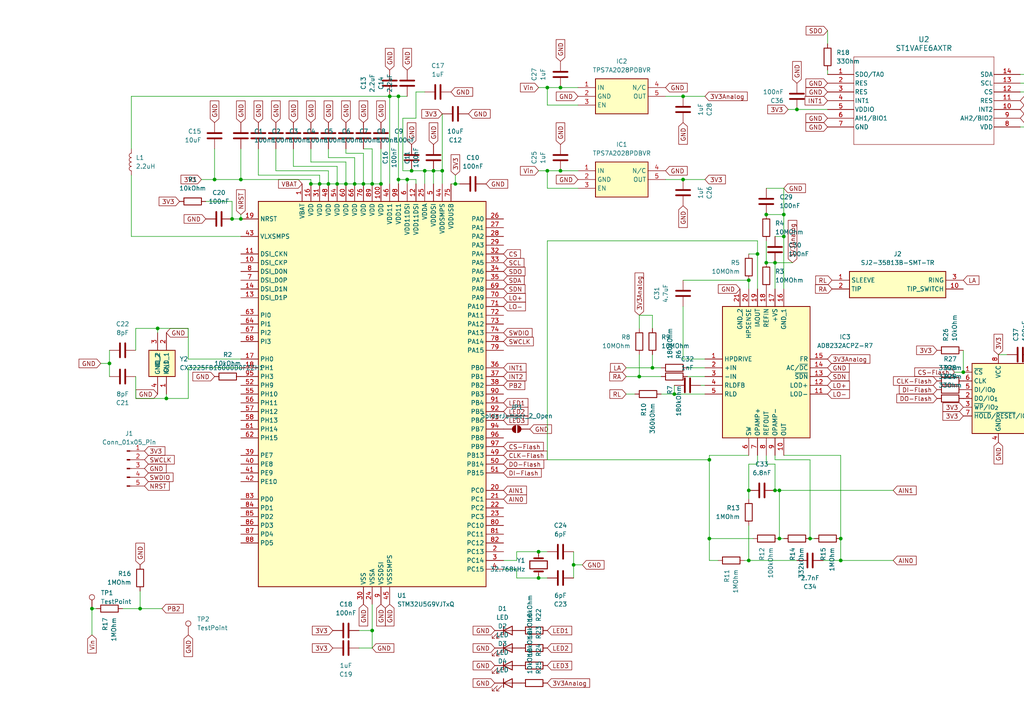
<source format=kicad_sch>
(kicad_sch (version 20250114) (generator "eeschema") (generator_version "9.0")
  (paper "A4")
  (junction (at 198.12 52.07))
  (junction (at 226.06 142.24))
  (junction (at 300.99 36.83))
  (junction (at 195.58 114.3))
  (junction (at 69.85 63.5))
  (junction (at 224.79 76.2))
  (junction (at 162.56 25.4))
  (junction (at 227.33 68.58))
  (junction (at 217.17 142.24))
  (junction (at 219.71 73.66))
  (junction (at 128.27 49.53))
  (junction (at 107.95 53.34))
  (junction (at 185.42 109.22))
  (junction (at 69.85 52.07))
  (junction (at 279.4 107.95))
  (junction (at 231.14 31.75))
  (junction (at 123.19 49.53))
  (junction (at 132.08 53.34))
  (junction (at 227.33 62.23))
  (junction (at 100.33 53.34))
  (junction (at 156.21 167.64))
  (junction (at 115.57 27.94))
  (junction (at 222.25 62.23))
  (junction (at 90.17 53.34))
  (junction (at 189.23 106.68))
  (junction (at 48.26 115.57))
  (junction (at 226.06 156.21))
  (junction (at 307.34 26.67))
  (junction (at 31.75 105.41))
  (junction (at 198.12 27.94))
  (junction (at 162.56 49.53))
  (junction (at 113.03 27.94))
  (junction (at 105.41 53.34))
  (junction (at 158.75 25.4))
  (junction (at 156.21 160.02))
  (junction (at 205.74 156.21))
  (junction (at 67.31 63.5))
  (junction (at 97.79 53.34))
  (junction (at 62.23 52.07))
  (junction (at 92.71 53.34))
  (junction (at 40.64 176.53))
  (junction (at 102.87 53.34))
  (junction (at 243.84 156.21))
  (junction (at 166.37 163.83))
  (junction (at 158.75 49.53))
  (junction (at 217.17 81.28))
  (junction (at 224.79 142.24))
  (junction (at 243.84 162.56))
  (junction (at 119.38 49.53))
  (junction (at 26.67 176.53))
  (junction (at 217.17 162.56))
  (junction (at 110.49 53.34))
  (junction (at 107.95 182.88))
  (junction (at 205.74 133.35))
  (junction (at 95.25 53.34))
  (junction (at 234.95 156.21))
  (junction (at 45.72 95.25))
  (junction (at 118.11 52.07))
  (junction (at 115.57 52.07))
  (junction (at 125.73 49.53))
  (junction (at 222.25 76.2))
  (wire (pts (xy 107.95 53.34) (xy 110.49 53.34)))
  (wire (pts (xy 115.57 52.07) (xy 115.57 27.94)))
  (wire (pts (xy 74.93 50.8) (xy 74.93 43.18)))
  (wire (pts (xy 226.06 156.21) (xy 226.06 142.24)))
  (wire (pts (xy 162.56 25.4) (xy 167.64 25.4)))
  (wire (pts (xy 304.8 21.59) (xy 308.61 21.59)))
  (wire (pts (xy 198.12 27.94) (xy 204.47 27.94)))
  (wire (pts (xy 31.75 105.41) (xy 31.75 109.22)))
  (wire (pts (xy 149.86 167.64) (xy 156.21 167.64)))
  (wire (pts (xy 307.34 26.67) (xy 307.34 30.48)))
  (wire (pts (xy 105.41 44.45) (xy 100.33 44.45)))
  (wire (pts (xy 224.79 76.2) (xy 224.79 83.82)))
  (wire (pts (xy 308.61 24.13) (xy 304.8 24.13)))
  (wire (pts (xy 243.84 132.08) (xy 243.84 156.21)))
  (wire (pts (xy 203.2 111.76) (xy 204.47 111.76)))
  (wire (pts (xy 146.05 165.1) (xy 149.86 165.1)))
  (wire (pts (xy 224.79 68.58) (xy 227.33 68.58)))
  (wire (pts (xy 205.74 132.08) (xy 205.74 133.35)))
  (wire (pts (xy 31.75 105.41) (xy 31.75 101.6)))
  (wire (pts (xy 80.01 49.53) (xy 80.01 43.18)))
  (wire (pts (xy 123.19 26.67) (xy 120.65 26.67)))
  (wire (pts (xy 38.1 27.94) (xy 38.1 43.18)))
  (wire (pts (xy 199.39 109.22) (xy 204.47 109.22)))
  (wire (pts (xy 95.25 45.72) (xy 95.25 43.18)))
  (wire (pts (xy 58.42 52.07) (xy 62.23 52.07)))
  (wire (pts (xy 195.58 114.3) (xy 195.58 111.76)))
  (wire (pts (xy 217.17 132.08) (xy 205.74 132.08)))
  (wire (pts (xy 222.25 54.61) (xy 227.33 54.61)))
  (wire (pts (xy 62.23 52.07) (xy 69.85 52.07)))
  (wire (pts (xy 167.64 54.61) (xy 158.75 54.61)))
  (wire (pts (xy 95.25 49.53) (xy 80.01 49.53)))
  (wire (pts (xy 132.08 50.8) (xy 132.08 53.34)))
  (wire (pts (xy 205.74 162.56) (xy 208.28 162.56)))
  (wire (pts (xy 217.17 162.56) (xy 231.14 162.56)))
  (wire (pts (xy 69.85 104.14) (xy 54.61 104.14)))
  (wire (pts (xy 90.17 53.34) (xy 92.71 53.34)))
  (wire (pts (xy 92.71 53.34) (xy 92.71 50.8)))
  (wire (pts (xy 222.25 62.23) (xy 227.33 62.23)))
  (wire (pts (xy 116.84 34.29) (xy 116.84 49.53)))
  (wire (pts (xy 146.05 162.56) (xy 149.86 162.56)))
  (wire (pts (xy 38.1 68.58) (xy 38.1 50.8)))
  (wire (pts (xy 123.19 49.53) (xy 125.73 49.53)))
  (wire (pts (xy 198.12 88.9) (xy 198.12 104.14)))
  (wire (pts (xy 243.84 162.56) (xy 243.84 156.21)))
  (wire (pts (xy 67.31 58.42) (xy 67.31 63.5)))
  (wire (pts (xy 130.81 53.34) (xy 132.08 53.34)))
  (wire (pts (xy 309.88 26.67) (xy 307.34 26.67)))
  (wire (pts (xy 193.04 27.94) (xy 198.12 27.94)))
  (wire (pts (xy 90.17 46.99) (xy 90.17 43.18)))
  (wire (pts (xy 149.86 162.56) (xy 149.86 160.02)))
  (wire (pts (xy 158.75 54.61) (xy 158.75 49.53)))
  (wire (pts (xy 104.14 187.96) (xy 107.95 187.96)))
  (wire (pts (xy 307.34 26.67) (xy 295.91 26.67)))
  (wire (pts (xy 39.37 95.25) (xy 45.72 95.25)))
  (wire (pts (xy 167.64 30.48) (xy 158.75 30.48)))
  (wire (pts (xy 54.61 115.57) (xy 54.61 106.68)))
  (wire (pts (xy 234.95 133.35) (xy 234.95 156.21)))
  (wire (pts (xy 224.79 132.08) (xy 224.79 133.35)))
  (wire (pts (xy 120.65 53.34) (xy 120.65 52.07)))
  (wire (pts (xy 158.75 49.53) (xy 162.56 49.53)))
  (wire (pts (xy 231.14 31.75) (xy 240.03 31.75)))
  (wire (pts (xy 67.31 63.5) (xy 69.85 63.5)))
  (wire (pts (xy 29.21 105.41) (xy 31.75 105.41)))
  (wire (pts (xy 62.23 52.07) (xy 62.23 43.18)))
  (wire (pts (xy 217.17 142.24) (xy 217.17 144.78)))
  (wire (pts (xy 217.17 81.28) (xy 217.17 83.82)))
  (wire (pts (xy 222.25 69.85) (xy 222.25 76.2)))
  (wire (pts (xy 227.33 62.23) (xy 227.33 68.58)))
  (wire (pts (xy 156.21 49.53) (xy 158.75 49.53)))
  (wire (pts (xy 102.87 53.34) (xy 102.87 45.72)))
  (wire (pts (xy 107.95 43.18) (xy 105.41 43.18)))
  (wire (pts (xy 92.71 53.34) (xy 95.25 53.34)))
  (wire (pts (xy 166.37 163.83) (xy 166.37 167.64)))
  (wire (pts (xy 279.4 101.6) (xy 279.4 107.95)))
  (wire (pts (xy 120.65 34.29) (xy 116.84 34.29)))
  (wire (pts (xy 149.86 165.1) (xy 149.86 167.64)))
  (wire (pts (xy 115.57 52.07) (xy 118.11 52.07)))
  (wire (pts (xy 219.71 73.66) (xy 217.17 73.66)))
  (wire (pts (xy 115.57 27.94) (xy 113.03 27.94)))
  (wire (pts (xy 204.47 114.3) (xy 195.58 114.3)))
  (wire (pts (xy 102.87 45.72) (xy 95.25 45.72)))
  (wire (pts (xy 189.23 95.25) (xy 189.23 91.44)))
  (wire (pts (xy 181.61 114.3) (xy 184.15 114.3)))
  (wire (pts (xy 158.75 30.48) (xy 158.75 25.4)))
  (wire (pts (xy 118.11 52.07) (xy 120.65 52.07)))
  (wire (pts (xy 185.42 91.44) (xy 185.42 95.25)))
  (wire (pts (xy 215.9 162.56) (xy 217.17 162.56)))
  (wire (pts (xy 125.73 49.53) (xy 125.73 53.34)))
  (wire (pts (xy 48.26 115.57) (xy 54.61 115.57)))
  (wire (pts (xy 227.33 54.61) (xy 227.33 62.23)))
  (wire (pts (xy 100.33 46.99) (xy 90.17 46.99)))
  (wire (pts (xy 132.08 53.34) (xy 133.35 53.34)))
  (wire (pts (xy 125.73 49.53) (xy 128.27 49.53)))
  (wire (pts (xy 45.72 95.25) (xy 45.72 96.52)))
  (wire (pts (xy 228.6 31.75) (xy 231.14 31.75)))
  (wire (pts (xy 300.99 36.83) (xy 295.91 36.83)))
  (wire (pts (xy 149.86 160.02) (xy 156.21 160.02)))
  (wire (pts (xy 39.37 115.57) (xy 39.37 109.22)))
  (wire (pts (xy 181.61 109.22) (xy 185.42 109.22)))
  (wire (pts (xy 199.39 106.68) (xy 204.47 106.68)))
  (wire (pts (xy 224.79 76.2) (xy 229.87 76.2)))
  (wire (pts (xy 219.71 132.08) (xy 219.71 134.62)))
  (wire (pts (xy 226.06 156.21) (xy 227.33 156.21)))
  (wire (pts (xy 162.56 49.53) (xy 167.64 49.53)))
  (wire (pts (xy 158.75 133.35) (xy 205.74 133.35)))
  (wire (pts (xy 97.79 53.34) (xy 100.33 53.34)))
  (wire (pts (xy 222.25 132.08) (xy 222.25 134.62)))
  (wire (pts (xy 308.61 36.83) (xy 300.99 36.83)))
  (wire (pts (xy 107.95 187.96) (xy 107.95 182.88)))
  (wire (pts (xy 181.61 106.68) (xy 189.23 106.68)))
  (wire (pts (xy 189.23 102.87) (xy 189.23 106.68)))
  (wire (pts (xy 189.23 91.44) (xy 185.42 91.44)))
  (wire (pts (xy 26.67 176.53) (xy 27.94 176.53)))
  (wire (pts (xy 224.79 142.24) (xy 226.06 142.24)))
  (wire (pts (xy 100.33 53.34) (xy 100.33 46.99)))
  (wire (pts (xy 191.77 114.3) (xy 195.58 114.3)))
  (wire (pts (xy 107.95 53.34) (xy 107.95 43.18)))
  (wire (pts (xy 104.14 182.88) (xy 107.95 182.88)))
  (wire (pts (xy 69.85 68.58) (xy 38.1 68.58)))
  (wire (pts (xy 224.79 134.62) (xy 224.79 142.24)))
  (wire (pts (xy 205.74 133.35) (xy 205.74 156.21)))
  (wire (pts (xy 115.57 53.34) (xy 115.57 52.07)))
  (wire (pts (xy 198.12 81.28) (xy 217.17 81.28)))
  (wire (pts (xy 222.25 76.2) (xy 224.79 76.2)))
  (wire (pts (xy 105.41 53.34) (xy 107.95 53.34)))
  (wire (pts (xy 118.11 53.34) (xy 118.11 52.07)))
  (wire (pts (xy 156.21 167.64) (xy 158.75 167.64)))
  (wire (pts (xy 158.75 25.4) (xy 162.56 25.4)))
  (wire (pts (xy 113.03 27.94) (xy 38.1 27.94)))
  (wire (pts (xy 128.27 53.34) (xy 128.27 49.53)))
  (wire (pts (xy 295.91 21.59) (xy 297.18 21.59)))
  (wire (pts (xy 35.56 176.53) (xy 40.64 176.53)))
  (wire (pts (xy 198.12 52.07) (xy 204.47 52.07)))
  (wire (pts (xy 45.72 95.25) (xy 54.61 95.25)))
  (wire (pts (xy 102.87 53.34) (xy 105.41 53.34)))
  (wire (pts (xy 156.21 25.4) (xy 158.75 25.4)))
  (wire (pts (xy 227.33 68.58) (xy 227.33 83.82)))
  (wire (pts (xy 116.84 49.53) (xy 119.38 49.53)))
  (wire (pts (xy 276.86 107.95) (xy 279.4 107.95)))
  (wire (pts (xy 189.23 106.68) (xy 191.77 106.68)))
  (wire (pts (xy 95.25 53.34) (xy 97.79 53.34)))
  (wire (pts (xy 234.95 156.21) (xy 236.22 156.21)))
  (wire (pts (xy 185.42 102.87) (xy 185.42 109.22)))
  (wire (pts (xy 39.37 115.57) (xy 48.26 115.57)))
  (wire (pts (xy 227.33 132.08) (xy 243.84 132.08)))
  (wire (pts (xy 158.75 69.85) (xy 219.71 69.85)))
  (wire (pts (xy 193.04 52.07) (xy 198.12 52.07)))
  (wire (pts (xy 240.03 8.89) (xy 240.03 12.7)))
  (wire (pts (xy 217.17 152.4) (xy 217.17 162.56)))
  (wire (pts (xy 119.38 49.53) (xy 123.19 49.53)))
  (wire (pts (xy 297.18 24.13) (xy 295.91 24.13)))
  (wire (pts (xy 92.71 50.8) (xy 74.93 50.8)))
  (wire (pts (xy 289.56 102.87) (xy 292.1 102.87)))
  (wire (pts (xy 97.79 53.34) (xy 97.79 48.26)))
  (wire (pts (xy 107.95 182.88) (xy 107.95 175.26)))
  (wire (pts (xy 238.76 162.56) (xy 243.84 162.56)))
  (wire (pts (xy 222.25 134.62) (xy 224.79 134.62)))
  (wire (pts (xy 198.12 104.14) (xy 204.47 104.14)))
  (wire (pts (xy 219.71 134.62) (xy 217.17 134.62)))
  (wire (pts (xy 166.37 163.83) (xy 166.37 160.02)))
  (wire (pts (xy 115.57 27.94) (xy 118.11 27.94)))
  (wire (pts (xy 40.64 171.45) (xy 40.64 176.53)))
  (wire (pts (xy 113.03 53.34) (xy 113.03 27.94)))
  (wire (pts (xy 105.41 53.34) (xy 105.41 44.45)))
  (wire (pts (xy 59.69 58.42) (xy 67.31 58.42)))
  (wire (pts (xy 100.33 44.45) (xy 100.33 43.18)))
  (wire (pts (xy 69.85 52.07) (xy 69.85 43.18)))
  (wire (pts (xy 90.17 52.07) (xy 69.85 52.07)))
  (wire (pts (xy 205.74 156.21) (xy 205.74 162.56)))
  (wire (pts (xy 156.21 160.02) (xy 158.75 160.02)))
  (wire (pts (xy 123.19 49.53) (xy 123.19 53.34)))
  (wire (pts (xy 226.06 142.24) (xy 259.08 142.24)))
  (wire (pts (xy 95.25 53.34) (xy 95.25 49.53)))
  (wire (pts (xy 128.27 49.53) (xy 128.27 33.02)))
  (wire (pts (xy 26.67 184.15) (xy 26.67 176.53)))
  (wire (pts (xy 85.09 48.26) (xy 85.09 43.18)))
  (wire (pts (xy 110.49 43.18) (xy 110.49 53.34)))
  (wire (pts (xy 97.79 48.26) (xy 85.09 48.26)))
  (wire (pts (xy 48.26 114.3) (xy 48.26 115.57)))
  (wire (pts (xy 224.79 133.35) (xy 234.95 133.35)))
  (wire (pts (xy 54.61 104.14) (xy 54.61 95.25)))
  (wire (pts (xy 100.33 53.34) (xy 102.87 53.34)))
  (wire (pts (xy 120.65 26.67) (xy 120.65 34.29)))
  (wire (pts (xy 168.91 163.83) (xy 166.37 163.83)))
  (wire (pts (xy 217.17 134.62) (xy 217.17 142.24)))
  (wire (pts (xy 219.71 73.66) (xy 219.71 69.85)))
  (wire (pts (xy 219.71 73.66) (xy 219.71 83.82)))
  (wire (pts (xy 90.17 53.34) (xy 90.17 52.07)))
  (wire (pts (xy 54.61 106.68) (xy 69.85 106.68)))
  (wire (pts (xy 158.75 69.85) (xy 158.75 133.35)))
  (wire (pts (xy 39.37 95.25) (xy 39.37 101.6)))
  (wire (pts (xy 243.84 162.56) (xy 259.08 162.56)))
  (wire (pts (xy 240.03 20.32) (xy 240.03 21.59)))
  (wire (pts (xy 185.42 109.22) (xy 191.77 109.22)))
  (wire (pts (xy 205.74 156.21) (xy 218.44 156.21)))
  (wire (pts (xy 69.85 62.23) (xy 69.85 63.5)))
  (wire (pts (xy 40.64 176.53) (xy 46.99 176.53)))
  (global_label "GND" (shape input) (at 143.51 193.04 180) (property "Intersheetrefs" "${INTERSHEET_REFS}" (effects (hide yes))))
  (global_label "GND" (shape input) (at 162.56 17.78 90) (property "Intersheetrefs" "${INTERSHEET_REFS}" (effects (hide yes))))
  (global_label "Vin" (shape input) (at 156.21 25.4 180) (property "Intersheetrefs" "${INTERSHEET_REFS}" (effects (hide yes))))
  (global_label "3V3" (shape input) (at 295.91 29.21 0) (property "Intersheetrefs" "${INTERSHEET_REFS}" (effects (hide yes))))
  (global_label "PB2" (shape input) (at 146.05 111.76 0) (property "Intersheetrefs" "${INTERSHEET_REFS}" (effects (hide yes))))
  (global_label "GND" (shape input) (at 289.56 128.27 270) (property "Intersheetrefs" "${INTERSHEET_REFS}" (effects (hide yes))))
  (global_label "GND" (shape input) (at 167.64 27.94 180) (property "Intersheetrefs" "${INTERSHEET_REFS}" (effects (hide yes))))
  (global_label "SDO" (shape input) (at 146.05 78.74 0) (property "Intersheetrefs" "${INTERSHEET_REFS}" (effects (hide yes))))
  (global_label "SDA" (shape input) (at 308.61 21.59 0) (property "Intersheetrefs" "${INTERSHEET_REFS}" (effects (hide yes))))
  (global_label "CS" (shape input) (at 146.05 73.66 0) (property "Intersheetrefs" "${INTERSHEET_REFS}" (effects (hide yes))))
  (global_label "LA" (shape input) (at 279.4 81.28 0) (property "Intersheetrefs" "${INTERSHEET_REFS}" (effects (hide yes))))
  (global_label "SWCLK" (shape input) (at 41.91 133.35 0) (property "Intersheetrefs" "${INTERSHEET_REFS}" (effects (hide yes))))
  (global_label "CLK-Flash" (shape input) (at 271.78 110.49 180) (property "Intersheetrefs" "${INTERSHEET_REFS}" (effects (hide yes))))
  (global_label "3V3" (shape input) (at 41.91 130.81 0) (property "Intersheetrefs" "${INTERSHEET_REFS}" (effects (hide yes))))
  (global_label "SCL" (shape input) (at 146.05 76.2 0) (property "Intersheetrefs" "${INTERSHEET_REFS}" (effects (hide yes))))
  (global_label "3V3" (shape input) (at 279.4 118.11 180) (property "Intersheetrefs" "${INTERSHEET_REFS}" (effects (hide yes))))
  (global_label "DI-Flash" (shape input) (at 271.78 113.03 180) (property "Intersheetrefs" "${INTERSHEET_REFS}" (effects (hide yes))))
  (global_label "3V3Analog" (shape input) (at 158.75 198.12 0) (property "Intersheetrefs" "${INTERSHEET_REFS}" (effects (hide yes))))
  (global_label "GND" (shape input) (at 198.12 35.56 270) (property "Intersheetrefs" "${INTERSHEET_REFS}" (effects (hide yes))))
  (global_label "3V3Analog" (shape input) (at 240.03 104.14 0) (property "Intersheetrefs" "${INTERSHEET_REFS}" (effects (hide yes))))
  (global_label "SWCLK" (shape input) (at 146.05 99.06 0) (property "Intersheetrefs" "${INTERSHEET_REFS}" (effects (hide yes))))
  (global_label "GND" (shape input) (at 54.61 184.15 270) (property "Intersheetrefs" "${INTERSHEET_REFS}" (effects (hide yes))))
  (global_label "GND" (shape input) (at 193.04 25.4 0) (property "Intersheetrefs" "${INTERSHEET_REFS}" (effects (hide yes))))
  (global_label "INT1" (shape input) (at 146.05 106.68 0) (property "Intersheetrefs" "${INTERSHEET_REFS}" (effects (hide yes))))
  (global_label "GND" (shape input) (at 125.73 41.91 90) (property "Intersheetrefs" "${INTERSHEET_REFS}" (effects (hide yes))))
  (global_label "AIN1" (shape input) (at 259.08 142.24 0) (property "Intersheetrefs" "${INTERSHEET_REFS}" (effects (hide yes))))
  (global_label "Vin" (shape input) (at 26.67 184.15 270) (property "Intersheetrefs" "${INTERSHEET_REFS}" (effects (hide yes))))
  (global_label "GND" (shape input) (at 107.95 187.96 0) (property "Intersheetrefs" "${INTERSHEET_REFS}" (effects (hide yes))))
  (global_label "GND" (shape input) (at 29.21 105.41 180) (property "Intersheetrefs" "${INTERSHEET_REFS}" (effects (hide yes))))
  (global_label "AIN0" (shape input) (at 146.05 144.78 0) (property "Intersheetrefs" "${INTERSHEET_REFS}" (effects (hide yes))))
  (global_label "SDO" (shape input) (at 240.03 8.89 180) (property "Intersheetrefs" "${INTERSHEET_REFS}" (effects (hide yes))))
  (global_label "SCL" (shape input) (at 308.61 24.13 0) (property "Intersheetrefs" "${INTERSHEET_REFS}" (effects (hide yes))))
  (global_label "3V3" (shape input) (at 96.52 187.96 180) (property "Intersheetrefs" "${INTERSHEET_REFS}" (effects (hide yes))))
  (global_label "GND" (shape input) (at 240.03 34.29 180) (property "Intersheetrefs" "${INTERSHEET_REFS}" (effects (hide yes))))
  (global_label "LED3" (shape input) (at 146.05 121.92 0) (property "Intersheetrefs" "${INTERSHEET_REFS}" (effects (hide yes))))
  (global_label "GND" (shape input) (at 299.72 102.87 0) (property "Intersheetrefs" "${INTERSHEET_REFS}" (effects (hide yes))))
  (global_label "GND" (shape input) (at 62.23 109.22 180) (property "Intersheetrefs" "${INTERSHEET_REFS}" (effects (hide yes))))
  (global_label "3V3" (shape input) (at 58.42 52.07 180) (property "Intersheetrefs" "${INTERSHEET_REFS}" (effects (hide yes))))
  (global_label "3V3" (shape input) (at 96.52 182.88 180) (property "Intersheetrefs" "${INTERSHEET_REFS}" (effects (hide yes))))
  (global_label "LO-" (shape input) (at 146.05 88.9 0) (property "Intersheetrefs" "${INTERSHEET_REFS}" (effects (hide yes))))
  (global_label "3V3Analog" (shape input) (at 229.87 76.2 90) (property "Intersheetrefs" "${INTERSHEET_REFS}" (effects (hide yes))))
  (global_label "3V3" (shape input) (at 52.07 58.42 180) (property "Intersheetrefs" "${INTERSHEET_REFS}" (effects (hide yes))))
  (global_label "LED2" (shape input) (at 158.75 187.96 0) (property "Intersheetrefs" "${INTERSHEET_REFS}" (effects (hide yes))))
  (global_label "GND" (shape input) (at 135.89 33.02 0) (property "Intersheetrefs" "${INTERSHEET_REFS}" (effects (hide yes))))
  (global_label "RA" (shape input) (at 181.61 109.22 180) (property "Intersheetrefs" "${INTERSHEET_REFS}" (effects (hide yes))))
  (global_label "NRST" (shape input) (at 41.91 140.97 0) (property "Intersheetrefs" "${INTERSHEET_REFS}" (effects (hide yes))))
  (global_label "GND" (shape input) (at 168.91 163.83 0) (property "Intersheetrefs" "${INTERSHEET_REFS}" (effects (hide yes))))
  (global_label "RA" (shape input) (at 241.3 83.82 180) (property "Intersheetrefs" "${INTERSHEET_REFS}" (effects (hide yes))))
  (global_label "GND" (shape input) (at 110.49 35.56 90) (property "Intersheetrefs" "${INTERSHEET_REFS}" (effects (hide yes))))
  (global_label "LO+" (shape input) (at 240.03 111.76 0) (property "Intersheetrefs" "${INTERSHEET_REFS}" (effects (hide yes))))
  (global_label "GND" (shape input) (at 113.03 20.32 90) (property "Intersheetrefs" "${INTERSHEET_REFS}" (effects (hide yes))))
  (global_label "GND" (shape input) (at 80.01 35.56 90) (property "Intersheetrefs" "${INTERSHEET_REFS}" (effects (hide yes))))
  (global_label "AIN1" (shape input) (at 146.05 142.24 0) (property "Intersheetrefs" "${INTERSHEET_REFS}" (effects (hide yes))))
  (global_label "GND" (shape input) (at 193.04 49.53 0) (property "Intersheetrefs" "${INTERSHEET_REFS}" (effects (hide yes))))
  (global_label "DO-Flash" (shape input) (at 146.05 134.62 0) (property "Intersheetrefs" "${INTERSHEET_REFS}" (effects (hide yes))))
  (global_label "SWDIO" (shape input) (at 41.91 138.43 0) (property "Intersheetrefs" "${INTERSHEET_REFS}" (effects (hide yes))))
  (global_label "GND" (shape input) (at 140.97 53.34 0) (property "Intersheetrefs" "${INTERSHEET_REFS}" (effects (hide yes))))
  (global_label "SWDIO" (shape input) (at 146.05 96.52 0) (property "Intersheetrefs" "${INTERSHEET_REFS}" (effects (hide yes))))
  (global_label "GND" (shape input) (at 214.63 83.82 180) (property "Intersheetrefs" "${INTERSHEET_REFS}" (effects (hide yes))))
  (global_label "GND" (shape input) (at 62.23 35.56 90) (property "Intersheetrefs" "${INTERSHEET_REFS}" (effects (hide yes))))
  (global_label "3V3" (shape input) (at 228.6 31.75 180) (property "Intersheetrefs" "${INTERSHEET_REFS}" (effects (hide yes))))
  (global_label "GND" (shape input) (at 59.69 63.5 180) (property "Intersheetrefs" "${INTERSHEET_REFS}" (effects (hide yes))))
  (global_label "CS-Flash" (shape input) (at 276.86 107.95 180) (property "Intersheetrefs" "${INTERSHEET_REFS}" (effects (hide yes))))
  (global_label "CLK-Flash" (shape input) (at 146.05 132.08 0) (property "Intersheetrefs" "${INTERSHEET_REFS}" (effects (hide yes))))
  (global_label "GND" (shape input) (at 153.67 124.46 0) (property "Intersheetrefs" "${INTERSHEET_REFS}" (effects (hide yes))))
  (global_label "LED3" (shape input) (at 158.75 193.04 0) (property "Intersheetrefs" "${INTERSHEET_REFS}" (effects (hide yes))))
  (global_label "LO-" (shape input) (at 240.03 114.3 0) (property "Intersheetrefs" "${INTERSHEET_REFS}" (effects (hide yes))))
  (global_label "LO+" (shape input) (at 146.05 86.36 0) (property "Intersheetrefs" "${INTERSHEET_REFS}" (effects (hide yes))))
  (global_label "3V3" (shape input) (at 132.08 50.8 90) (property "Intersheetrefs" "${INTERSHEET_REFS}" (effects (hide yes))))
  (global_label "Vin" (shape input) (at 156.21 49.53 180) (property "Intersheetrefs" "${INTERSHEET_REFS}" (effects (hide yes))))
  (global_label "GND" (shape input) (at 119.38 41.91 90) (property "Intersheetrefs" "${INTERSHEET_REFS}" (effects (hide yes))))
  (global_label "INT1" (shape input) (at 240.03 29.21 180) (property "Intersheetrefs" "${INTERSHEET_REFS}" (effects (hide yes))))
  (global_label "3V3" (shape input) (at 279.4 120.65 180) (property "Intersheetrefs" "${INTERSHEET_REFS}" (effects (hide yes))))
  (global_label "LED1" (shape input) (at 158.75 182.88 0) (property "Intersheetrefs" "${INTERSHEET_REFS}" (effects (hide yes))))
  (global_label "3V3Analog" (shape input) (at 185.42 91.44 90) (property "Intersheetrefs" "${INTERSHEET_REFS}" (effects (hide yes))))
  (global_label "DO-Flash" (shape input) (at 271.78 115.57 180) (property "Intersheetrefs" "${INTERSHEET_REFS}" (effects (hide yes))))
  (global_label "RL" (shape input) (at 181.61 114.3 180) (property "Intersheetrefs" "${INTERSHEET_REFS}" (effects (hide yes))))
  (global_label "GND" (shape input) (at 41.91 135.89 0) (property "Intersheetrefs" "${INTERSHEET_REFS}" (effects (hide yes))))
  (global_label "GND" (shape input) (at 295.91 34.29 0) (property "Intersheetrefs" "${INTERSHEET_REFS}" (effects (hide yes))))
  (global_label "CS" (shape input) (at 309.88 26.67 0) (property "Intersheetrefs" "${INTERSHEET_REFS}" (effects (hide yes))))
  (global_label "LED2" (shape input) (at 146.05 119.38 0) (property "Intersheetrefs" "${INTERSHEET_REFS}" (effects (hide yes))))
  (global_label "GND" (shape input) (at 143.51 187.96 180) (property "Intersheetrefs" "${INTERSHEET_REFS}" (effects (hide yes))))
  (global_label "LED1" (shape input) (at 146.05 116.84 0) (property "Intersheetrefs" "${INTERSHEET_REFS}" (effects (hide yes))))
  (global_label "GND" (shape input) (at 162.56 41.91 90) (property "Intersheetrefs" "${INTERSHEET_REFS}" (effects (hide yes))))
  (global_label "GND" (shape input) (at 40.64 163.83 90) (property "Intersheetrefs" "${INTERSHEET_REFS}" (effects (hide yes))))
  (global_label "DI-Flash" (shape input) (at 146.05 137.16 0) (property "Intersheetrefs" "${INTERSHEET_REFS}" (effects (hide yes))))
  (global_label "GND" (shape input) (at 143.51 182.88 180) (property "Intersheetrefs" "${INTERSHEET_REFS}" (effects (hide yes))))
  (global_label "SDN" (shape input) (at 240.03 109.22 0) (property "Intersheetrefs" "${INTERSHEET_REFS}" (effects (hide yes))))
  (global_label "GND" (shape input) (at 95.25 35.56 90) (property "Intersheetrefs" "${INTERSHEET_REFS}" (effects (hide yes))))
  (global_label "GND" (shape input) (at 110.49 175.26 270) (property "Intersheetrefs" "${INTERSHEET_REFS}" (effects (hide yes))))
  (global_label "GND" (shape input) (at 240.03 106.68 0) (property "Intersheetrefs" "${INTERSHEET_REFS}" (effects (hide yes))))
  (global_label "NRST" (shape input) (at 69.85 62.23 90) (property "Intersheetrefs" "${INTERSHEET_REFS}" (effects (hide yes))))
  (global_label "INT2" (shape input) (at 295.91 31.75 0) (property "Intersheetrefs" "${INTERSHEET_REFS}" (effects (hide yes))))
  (global_label "3V3" (shape input) (at 289.56 102.87 90) (property "Intersheetrefs" "${INTERSHEET_REFS}" (effects (hide yes))))
  (global_label "GND" (shape input) (at 90.17 35.56 90) (property "Intersheetrefs" "${INTERSHEET_REFS}" (effects (hide yes))))
  (global_label "3V3" (shape input) (at 314.96 30.48 0) (property "Intersheetrefs" "${INTERSHEET_REFS}" (effects (hide yes))))
  (global_label "GND" (shape input) (at 85.09 35.56 90) (property "Intersheetrefs" "${INTERSHEET_REFS}" (effects (hide yes))))
  (global_label "3V3" (shape input) (at 271.78 101.6 180) (property "Intersheetrefs" "${INTERSHEET_REFS}" (effects (hide yes))))
  (global_label "LA" (shape input) (at 181.61 106.68 180) (property "Intersheetrefs" "${INTERSHEET_REFS}" (effects (hide yes))))
  (global_label "SDA" (shape input) (at 146.05 81.28 0) (property "Intersheetrefs" "${INTERSHEET_REFS}" (effects (hide yes))))
  (global_label "3V3Analog" (shape input) (at 308.61 36.83 0) (property "Intersheetrefs" "${INTERSHEET_REFS}" (effects (hide yes))))
  (global_label "RL" (shape input) (at 241.3 81.28 180) (property "Intersheetrefs" "${INTERSHEET_REFS}" (effects (hide yes))))
  (global_label "GND" (shape input) (at 105.41 175.26 270) (property "Intersheetrefs" "${INTERSHEET_REFS}" (effects (hide yes))))
  (global_label "GND" (shape input) (at 240.03 24.13 180) (property "Intersheetrefs" "${INTERSHEET_REFS}" (effects (hide yes))))
  (global_label "GND" (shape input) (at 130.81 26.67 0) (property "Intersheetrefs" "${INTERSHEET_REFS}" (effects (hide yes))))
  (global_label "GND" (shape input) (at 143.51 198.12 180) (property "Intersheetrefs" "${INTERSHEET_REFS}" (effects (hide yes))))
  (global_label "GND" (shape input) (at 105.41 35.56 90) (property "Intersheetrefs" "${INTERSHEET_REFS}" (effects (hide yes))))
  (global_label "GND" (shape input) (at 69.85 35.56 90) (property "Intersheetrefs" "${INTERSHEET_REFS}" (effects (hide yes))))
  (global_label "GND" (shape input) (at 100.33 35.56 90) (property "Intersheetrefs" "${INTERSHEET_REFS}" (effects (hide yes))))
  (global_label "CS-Flash" (shape input) (at 146.05 129.54 0) (property "Intersheetrefs" "${INTERSHEET_REFS}" (effects (hide yes))))
  (global_label "3V3" (shape input) (at 204.47 52.07 0) (property "Intersheetrefs" "${INTERSHEET_REFS}" (effects (hide yes))))
  (global_label "GND" (shape input) (at 118.11 20.32 90) (property "Intersheetrefs" "${INTERSHEET_REFS}" (effects (hide yes))))
  (global_label "INT2" (shape input) (at 146.05 109.22 0) (property "Intersheetrefs" "${INTERSHEET_REFS}" (effects (hide yes))))
  (global_label "SDN" (shape input) (at 146.05 83.82 0) (property "Intersheetrefs" "${INTERSHEET_REFS}" (effects (hide yes))))
  (global_label "3V3Analog" (shape input) (at 204.47 27.94 0) (property "Intersheetrefs" "${INTERSHEET_REFS}" (effects (hide yes))))
  (global_label "GND" (shape input) (at 74.93 35.56 90) (property "Intersheetrefs" "${INTERSHEET_REFS}" (effects (hide yes))))
  (global_label "GND" (shape input) (at 48.26 96.52 0) (property "Intersheetrefs" "${INTERSHEET_REFS}" (effects (hide yes))))
  (global_label "3V3" (shape input) (at 128.27 33.02 180) (property "Intersheetrefs" "${INTERSHEET_REFS}" (effects (hide yes))))
  (global_label "GND" (shape input) (at 231.14 24.13 90) (property "Intersheetrefs" "${INTERSHEET_REFS}" (effects (hide yes))))
  (global_label "GND" (shape input) (at 240.03 36.83 180) (property "Intersheetrefs" "${INTERSHEET_REFS}" (effects (hide yes))))
  (global_label "GND" (shape input) (at 240.03 26.67 180) (property "Intersheetrefs" "${INTERSHEET_REFS}" (effects (hide yes))))
  (global_label "VBAT" (shape input) (at 87.63 53.34 180) (property "Intersheetrefs" "${INTERSHEET_REFS}" (effects (hide yes))))
  (global_label "GND" (shape input) (at 113.03 175.26 270) (property "Intersheetrefs" "${INTERSHEET_REFS}" (effects (hide yes))))
  (global_label "GND" (shape input) (at 227.33 54.61 0) (property "Intersheetrefs" "${INTERSHEET_REFS}" (effects (hide yes))))
  (global_label "GND" (shape input) (at 300.99 44.45 270) (property "Intersheetrefs" "${INTERSHEET_REFS}" (effects (hide yes))))
  (global_label "GND" (shape input) (at 167.64 52.07 180) (property "Intersheetrefs" "${INTERSHEET_REFS}" (effects (hide yes))))
  (global_label "GND" (shape input) (at 45.72 114.3 180) (property "Intersheetrefs" "${INTERSHEET_REFS}" (effects (hide yes))))
  (global_label "PB2" (shape input) (at 46.99 176.53 0) (property "Intersheetrefs" "${INTERSHEET_REFS}" (effects (hide yes))))
  (global_label "AIN0" (shape input) (at 259.08 162.56 0) (property "Intersheetrefs" "${INTERSHEET_REFS}" (effects (hide yes))))
  (global_label "GND" (shape input) (at 198.12 59.69 270) (property "Intersheetrefs" "${INTERSHEET_REFS}" (effects (hide yes))))
  (symbol (lib_id "Device:LED") (at 147.32 187.96 0) (unit 1)
    (property "Reference" "D2" (at 145.7325 181.61 0))
    (property "Value" "LED" (at 145.7325 184.15 0))
    (property "Footprint" "LED_SMD:LED_0402_1005Metric_Pad0.77x0.64mm_HandSolder" (effects (hide yes)))
    (property "Description" "Light emitting diode" (effects (hide yes)))
    (property "Sim.Pins" "1=K 2=A" (effects (hide yes)))
  )
  (symbol (lib_id "Device:R") (at 185.42 99.06 0) (mirror y) (unit 1)
    (property "Reference" "R8" (at 182.88 97.7899 0) (effects (justify left)))
    (property "Value" "10MOhm" (at 182.88 100.3299 0) (effects (justify left)))
    (property "Footprint" "Resistor_SMD:R_0603_1608Metric" (effects (hide yes)))
    (property "Description" "Resistor" (effects (hide yes)))
  )
  (symbol (lib_id "Device:R") (at 231.14 156.21 90) (mirror x) (unit 1)
    (property "Reference" "R14" (at 229.8699 158.75 0) (effects (justify left)))
    (property "Value" "332kOhm" (at 232.4099 158.75 0) (effects (justify left)))
    (property "Footprint" "Resistor_SMD:R_0603_1608Metric" (effects (hide yes)))
    (property "Description" "Resistor" (effects (hide yes)))
  )
  (symbol (lib_id "Device:C") (at 137.16 53.34 90) (unit 1)
    (property "Reference" "C10" (at 137.16 45.72 90))
    (property "Value" "100nF" (at 137.16 48.26 90))
    (property "Footprint" "Capacitor_SMD:C_0603_1608Metric" (effects (hide yes)))
    (property "Description" "Unpolarized capacitor" (effects (hide yes)))
  )
  (symbol (lib_id "Device:C") (at 234.95 162.56 90) (mirror x) (unit 1)
    (property "Reference" "C34" (at 234.95 170.18 90))
    (property "Value" "2.7nF" (at 234.95 167.64 90))
    (property "Footprint" "Capacitor_SMD:C_0402_1005Metric" (effects (hide yes)))
    (property "Description" "Unpolarized capacitor" (effects (hide yes)))
  )
  (symbol (lib_id "Device:R") (at 275.59 115.57 90) (unit 1)
    (property "Reference" "R29" (at 275.59 109.22 90))
    (property "Value" "33Ohm" (at 275.59 111.76 90))
    (property "Footprint" "Resistor_SMD:R_0402_1005Metric" (effects (hide yes)))
    (property "Description" "Resistor" (effects (hide yes)))
  )
  (symbol (lib_id "Device:C") (at 35.56 109.22 90) (mirror x) (unit 1)
    (property "Reference" "C21" (at 35.56 116.84 90))
    (property "Value" "8pF" (at 35.56 114.3 90))
    (property "Footprint" "Capacitor_SMD:C_0402_1005Metric" (effects (hide yes)))
    (property "Description" "Unpolarized capacitor" (effects (hide yes)))
  )
  (symbol (lib_id "Device:R") (at 154.94 187.96 270) (mirror x) (unit 1)
    (property "Reference" "R23" (at 156.2101 185.42 0) (effects (justify left)))
    (property "Value" "10kOhm" (at 153.6701 185.42 0) (effects (justify left)))
    (property "Footprint" "Resistor_SMD:R_0603_1608Metric" (effects (hide yes)))
    (property "Description" "Resistor" (effects (hide yes)))
  )
  (symbol (lib_id "Device:L") (at 38.1 46.99 180) (unit 1)
    (property "Reference" "L1" (at 39.37 45.7199 0) (effects (justify right)))
    (property "Value" "2.2uH" (at 39.37 48.2599 0) (effects (justify right)))
    (property "Footprint" "Inductor_SMD:L_1008_2520Metric" (effects (hide yes)))
    (property "Description" "Inductor" (effects (hide yes)))
  )
  (symbol (lib_id "Device:C") (at 62.23 39.37 0) (mirror y) (unit 1)
    (property "Reference" "C15" (at 58.42 38.0999 0) (effects (justify left)))
    (property "Value" "10uF" (at 58.42 40.6399 0) (effects (justify left)))
    (property "Footprint" "Capacitor_SMD:C_0805_2012Metric" (effects (hide yes)))
    (property "Description" "Unpolarized capacitor" (effects (hide yes)))
  )
  (symbol (lib_id "Device:C") (at 127 26.67 90) (unit 1)
    (property "Reference" "C17" (at 127 19.05 90))
    (property "Value" "1uF" (at 127 21.59 90))
    (property "Footprint" "Capacitor_SMD:C_0603_1608Metric" (effects (hide yes)))
    (property "Description" "Unpolarized capacitor" (effects (hide yes)))
  )
  (symbol (lib_id "SJ2-35813B-SMT-TR:SJ2-35813B-SMT-TR") (at 241.3 81.28 0) (unit 1)
    (property "Reference" "J2" (at 260.35 73.66 0))
    (property "Value" "SJ2-35813B-SMT-TR" (at 260.35 76.2 0))
    (property "Footprint" "SJ235813BSMTTR" (effects (hide yes)))
    (property "Datasheet" "https://www.sameskydevices.com/product/resource/sj2-3581x-smt.pdf" (effects (hide yes)))
    (property "Description" "3.50mm (0.141\", 1/8\", Mini Plug) - Headphone Phone Jack Stereo (3 Conductor, TRS) Connector Solder , 12VDC , 1 A , -25C ~ 85C" (effects (hide yes)))
    (property "Height" "5.3" (effects (hide yes)))
    (property "Mouser Part Number" "490-SJ2-35813BSMT-TR" (effects (hide yes)))
    (property "Mouser Price/Stock" "https://www.mouser.co.uk/ProductDetail/Same-Sky/SJ2-35813B-SMT-TR?qs=DXv0QSHKF4w%2FyLjMGhzATw%3D%3D" (effects (hide yes)))
    (property "Manufacturer_Name" "Same Sky" (effects (hide yes)))
    (property "Manufacturer_Part_Number" "SJ2-35813B-SMT-TR" (effects (hide yes)))
  )
  (symbol (lib_id "Device:R") (at 40.64 167.64 0) (mirror y) (unit 1)
    (property "Reference" "R16" (at 38.1 166.3699 0) (effects (justify left)))
    (property "Value" "1MOhm" (at 38.1 168.9099 0) (effects (justify left)))
    (property "Footprint" "Resistor_SMD:R_0603_1608Metric" (effects (hide yes)))
    (property "Description" "Resistor" (effects (hide yes)))
  )
  (symbol (lib_id "Device:R") (at 195.58 106.68 270) (mirror x) (unit 1)
    (property "Reference" "R6" (at 196.8501 104.14 0) (effects (justify left)))
    (property "Value" "180kOhm" (at 194.3101 104.14 0) (effects (justify left)))
    (property "Footprint" "Resistor_SMD:R_0603_1608Metric" (effects (hide yes)))
    (property "Description" "Resistor" (effects (hide yes)))
  )
  (symbol (lib_id "MCU_ST_STM32U5:STM32U5G9VJTxQ") (at 107.95 114.3 0) (unit 1)
    (property "Reference" "U1" (at 115.1733 172.72 0) (effects (justify left)))
    (property "Value" "STM32U5G9VJTxQ" (at 115.1733 175.26 0) (effects (justify left)))
    (property "Footprint" "Package_QFP:LQFP-100_14x14mm_P0.5mm" (effects (hide yes)))
    (property "Datasheet" "https://www.st.com/resource/en/datasheet/stm32u5g9vj.pdf" (effects (hide yes)))
    (property "Description" "STMicroelectronics Arm Cortex-M33 MCU, 4096KB flash, 3026KB RAM, 63 GPIO, LQFP100" (effects (hide yes)))
  )
  (symbol (lib_id "Device:R") (at 240.03 156.21 90) (mirror x) (unit 1)
    (property "Reference" "R15" (at 238.7599 158.75 0) (effects (justify left)))
    (property "Value" "1MOhm" (at 241.2999 158.75 0) (effects (justify left)))
    (property "Footprint" "Resistor_SMD:R_0603_1608Metric" (effects (hide yes)))
    (property "Description" "Resistor" (effects (hide yes)))
  )
  (symbol (lib_id "Device:R") (at 275.59 101.6 90) (unit 1)
    (property "Reference" "R26" (at 274.3199 99.06 0) (effects (justify left)))
    (property "Value" "10kOhm" (at 276.8599 99.06 0) (effects (justify left)))
    (property "Footprint" "Resistor_SMD:R_0603_1608Metric" (effects (hide yes)))
    (property "Description" "Resistor" (effects (hide yes)))
  )
  (symbol (lib_id "Device:R") (at 300.99 21.59 90) (unit 1)
    (property "Reference" "R19" (at 300.99 15.24 90))
    (property "Value" "33Ohm" (at 300.99 17.78 90))
    (property "Footprint" "Resistor_SMD:R_0402_1005Metric" (effects (hide yes)))
    (property "Description" "Resistor" (effects (hide yes)))
  )
  (symbol (lib_id "Device:C") (at 162.56 45.72 180) (unit 1)
    (property "Reference" "C25" (at 154.94 45.72 90))
    (property "Value" "1uF" (at 157.48 45.72 90))
    (property "Footprint" "Capacitor_SMD:C_0603_1608Metric" (effects (hide yes)))
    (property "Description" "Unpolarized capacitor" (effects (hide yes)))
  )
  (symbol (lib_id "Device:C") (at 100.33 187.96 90) (mirror x) (unit 1)
    (property "Reference" "C19" (at 100.33 195.58 90))
    (property "Value" "1uF" (at 100.33 193.04 90))
    (property "Footprint" "Capacitor_SMD:C_0603_1608Metric" (effects (hide yes)))
    (property "Description" "Unpolarized capacitor" (effects (hide yes)))
  )
  (symbol (lib_id "Device:C") (at 63.5 63.5 90) (unit 1)
    (property "Reference" "C20" (at 63.5 55.88 90))
    (property "Value" "100nF" (at 63.5 58.42 90))
    (property "Footprint" "Capacitor_SMD:C_0603_1608Metric" (effects (hide yes)))
    (property "Description" "Unpolarized capacitor" (effects (hide yes)))
  )
  (symbol (lib_id "Device:C") (at 95.25 39.37 0) (unit 1)
    (property "Reference" "C6" (at 99.06 38.0999 0) (effects (justify left)))
    (property "Value" "100nF" (at 99.06 40.6399 0) (effects (justify left)))
    (property "Footprint" "Capacitor_SMD:C_0603_1608Metric" (effects (hide yes)))
    (property "Description" "Unpolarized capacitor" (effects (hide yes)))
  )
  (symbol (lib_id "Device:Crystal") (at 156.21 163.83 270) (mirror x) (unit 1)
    (property "Reference" "Y1" (at 152.4 162.5599 90) (effects (justify right)))
    (property "Value" "32.768kHz" (at 152.4 165.0999 90) (effects (justify right)))
    (property "Footprint" "Crystal:Crystal_SMD_3215-2Pin_3.2x1.5mm" (effects (hide yes)))
    (property "Description" "Two pin crystal" (effects (hide yes)))
  )
  (symbol (lib_id "Device:C") (at 110.49 39.37 0) (unit 1)
    (property "Reference" "C9" (at 114.3 38.0999 0) (effects (justify left)))
    (property "Value" "100nF" (at 114.3 40.6399 0) (effects (justify left)))
    (property "Footprint" "Capacitor_SMD:C_0603_1608Metric" (effects (hide yes)))
    (property "Description" "Unpolarized capacitor" (effects (hide yes)))
  )
  (symbol (lib_id "Device:R") (at 311.15 30.48 270) (mirror x) (unit 1)
    (property "Reference" "R21" (at 312.4201 27.94 0) (effects (justify left)))
    (property "Value" "10kOhm" (at 309.8801 27.94 0) (effects (justify left)))
    (property "Footprint" "Resistor_SMD:R_0603_1608Metric" (effects (hide yes)))
    (property "Description" "Resistor" (effects (hide yes)))
  )
  (symbol (lib_id "Device:C") (at 69.85 39.37 0) (unit 1)
    (property "Reference" "C1" (at 73.66 38.0999 0) (effects (justify left)))
    (property "Value" "100nF" (at 73.66 40.6399 0) (effects (justify left)))
    (property "Footprint" "Capacitor_SMD:C_0603_1608Metric" (effects (hide yes)))
    (property "Description" "Unpolarized capacitor" (effects (hide yes)))
  )
  (symbol (lib_id "Device:R") (at 300.99 24.13 90) (unit 1)
    (property "Reference" "R20" (at 300.99 17.78 90))
    (property "Value" "33Ohm" (at 300.99 20.32 90))
    (property "Footprint" "Resistor_SMD:R_0402_1005Metric" (effects (hide yes)))
    (property "Description" "Resistor" (effects (hide yes)))
  )
  (symbol (lib_id "Device:C") (at 118.11 24.13 180) (unit 1)
    (property "Reference" "C14" (at 110.49 24.13 90))
    (property "Value" "2.2uF" (at 113.03 24.13 90))
    (property "Footprint" "Capacitor_SMD:C_0603_1608Metric" (effects (hide yes)))
    (property "Description" "Unpolarized capacitor" (effects (hide yes)))
  )
  (symbol (lib_id "Device:C") (at 85.09 39.37 0) (unit 1)
    (property "Reference" "C4" (at 88.9 38.0999 0) (effects (justify left)))
    (property "Value" "100nF" (at 88.9 40.6399 0) (effects (justify left)))
    (property "Footprint" "Capacitor_SMD:C_0603_1608Metric" (effects (hide yes)))
    (property "Description" "Unpolarized capacitor" (effects (hide yes)))
  )
  (symbol (lib_id "Connector:TestPoint") (at 26.67 176.53 0) (unit 1)
    (property "Reference" "TP1" (at 29.21 171.9579 0) (effects (justify left)))
    (property "Value" "TestPoint" (at 29.21 174.4979 0) (effects (justify left)))
    (property "Footprint" "Connector_PinHeader_2.54mm:PinHeader_1x01_P2.54mm_Vertical" (effects (hide yes)))
    (property "Description" "test point" (effects (hide yes)))
  )
  (symbol (lib_id "Device:R") (at 195.58 109.22 90) (mirror x) (unit 1)
    (property "Reference" "R7" (at 194.3099 111.76 0) (effects (justify left)))
    (property "Value" "180kOhm" (at 196.8499 111.76 0) (effects (justify left)))
    (property "Footprint" "Resistor_SMD:R_0603_1608Metric" (effects (hide yes)))
    (property "Description" "Resistor" (effects (hide yes)))
  )
  (symbol (lib_id "Device:R") (at 275.59 113.03 90) (unit 1)
    (property "Reference" "R28" (at 275.59 106.68 90))
    (property "Value" "33Ohm" (at 275.59 109.22 90))
    (property "Footprint" "Resistor_SMD:R_0402_1005Metric" (effects (hide yes)))
    (property "Description" "Resistor" (effects (hide yes)))
  )
  (symbol (lib_id "Device:C") (at 105.41 39.37 0) (unit 1)
    (property "Reference" "C8" (at 109.22 38.0999 0) (effects (justify left)))
    (property "Value" "100nF" (at 109.22 40.6399 0) (effects (justify left)))
    (property "Footprint" "Capacitor_SMD:C_0603_1608Metric" (effects (hide yes)))
    (property "Description" "Unpolarized capacitor" (effects (hide yes)))
  )
  (symbol (lib_id "2025-12-08_19-21-17:ST1VAFE6AXTR") (at 240.03 21.59 0) (unit 1)
    (property "Reference" "U2" (at 267.97 11.43 0) (effects (font (size 1.524 1.524))))
    (property "Value" "ST1VAFE6AXTR" (at 267.97 13.97 0) (effects (font (size 1.524 1.524))))
    (property "Footprint" "LGA-14L_STM" (effects (hide yes)))
    (property "Datasheet" "https://www.st.com/resource/en/datasheet/st1vafe6ax.pdf" (effects (hide yes)))
  )
  (symbol (lib_id "Device:C") (at 295.91 102.87 90) (unit 1)
    (property "Reference" "C37" (at 294.6399 99.06 0) (effects (justify left)))
    (property "Value" "100nF" (at 297.1799 99.06 0) (effects (justify left)))
    (property "Footprint" "Capacitor_SMD:C_0603_1608Metric" (effects (hide yes)))
    (property "Description" "Unpolarized capacitor" (effects (hide yes)))
  )
  (symbol (lib_id "CX3225FB16000D0FZZH1:CX3225FB16000D0FZZH1") (at 45.72 114.3 90) (unit 1)
    (property "Reference" "Y2" (at 52.07 104.1399 90) (effects (justify right)))
    (property "Value" "CX3225FB16000D0FZZH1" (at 52.07 106.6799 90) (effects (justify right)))
    (property "Footprint" "CX3225FB16000D0FZZH1" (effects (hide yes)))
    (property "Datasheet" "https://ele.kyocera.com/assets/products/crystal-device/specification/CX3225FB_8pF.pdf" (effects (hide yes)))
    (property "Description" "Crystals 3.2x2.5mm 16MHz 8pF" (effects (hide yes)))
    (property "Height" "0.8" (effects (hide yes)))
    (property "Manufacturer_Name" "Kyocera AVX" (effects (hide yes)))
    (property "Manufacturer_Part_Number" "CX3225FB16000D0FZZH1" (effects (hide yes)))
  )
  (symbol (lib_id "Device:R") (at 217.17 77.47 0) (mirror y) (unit 1)
    (property "Reference" "R5" (at 214.63 76.1999 0) (effects (justify left)))
    (property "Value" "10MOhm" (at 214.63 78.7399 0) (effects (justify left)))
    (property "Footprint" "Resistor_SMD:R_0603_1608Metric" (effects (hide yes)))
    (property "Description" "Resistor" (effects (hide yes)))
  )
  (symbol (lib_id "TPS7A2028PDBVR:TPS7A2028PDBVR") (at 167.64 49.53 0) (unit 1)
    (property "Reference" "IC1" (at 180.34 41.91 0))
    (property "Value" "TPS7A2028PDBVR" (at 180.34 44.45 0))
    (property "Footprint" "SOT95P280X145-5N" (effects (hide yes)))
    (property "Datasheet" "https://www.ti.com/lit/ds/symlink/tps7a20.pdf?ts=1609147815506&ref_url=https%253A%252F%252Fwww.mouser.in%252F" (effects (hide yes)))
    (property "Description" "LDO Voltage Regulators 300-mA, ultra-low-noise, low-IQ, low-dropout (LDO) linear regulator with high PSRR" (effects (hide yes)))
    (property "Height" "1.45" (effects (hide yes)))
    (property "Mouser Part Number" "595-TPS7A2028PDBVR" (effects (hide yes)))
    (property "Mouser Price/Stock" "https://www.mouser.co.uk/ProductDetail/Texas-Instruments/TPS7A2028PDBVR?qs=hd1VzrDQEGggpQylpM260g%3D%3D" (effects (hide yes)))
    (property "Manufacturer_Name" "Texas Instruments" (effects (hide yes)))
    (property "Manufacturer_Part_Number" "TPS7A2028PDBVR" (effects (hide yes)))
  )
  (symbol (lib_id "Device:C") (at 74.93 39.37 0) (unit 1)
    (property "Reference" "C2" (at 78.74 38.0999 0) (effects (justify left)))
    (property "Value" "100nF" (at 78.74 40.6399 0) (effects (justify left)))
    (property "Footprint" "Capacitor_SMD:C_0603_1608Metric" (effects (hide yes)))
    (property "Description" "Unpolarized capacitor" (effects (hide yes)))
  )
  (symbol (lib_id "Device:C") (at 198.12 85.09 180) (unit 1)
    (property "Reference" "C31" (at 190.5 85.09 90))
    (property "Value" "4.7uF" (at 193.04 85.09 90))
    (property "Footprint" "Capacitor_SMD:C_0805_2012Metric" (effects (hide yes)))
    (property "Description" "Unpolarized capacitor" (effects (hide yes)))
  )
  (symbol (lib_id "Device:C") (at 162.56 21.59 180) (unit 1)
    (property "Reference" "C27" (at 154.94 21.59 90))
    (property "Value" "1uF" (at 157.48 21.59 90))
    (property "Footprint" "Capacitor_SMD:C_0603_1608Metric" (effects (hide yes)))
    (property "Description" "Unpolarized capacitor" (effects (hide yes)))
  )
  (symbol (lib_id "Device:R") (at 55.88 58.42 90) (unit 1)
    (property "Reference" "R1" (at 55.88 52.07 90))
    (property "Value" "10kOhm" (at 55.88 54.61 90))
    (property "Footprint" "Resistor_SMD:R_0603_1608Metric" (effects (hide yes)))
    (property "Description" "Resistor" (effects (hide yes)))
  )
  (symbol (lib_id "Memory_Flash:W25Q128JVS") (at 289.56 115.57 0) (unit 1)
    (property "Reference" "U3" (at 300.99 114.2999 0) (effects (justify left)))
    (property "Value" "W25Q128JVS" (at 300.99 116.8399 0) (effects (justify left)))
    (property "Footprint" "Package_SO:SOIC-8_5.3x5.3mm_P1.27mm" (effects (hide yes)))
    (property "Datasheet" "https://www.winbond.com/resource-files/w25q128jv_dtr%20revc%2003272018%20plus.pdf" (effects (hide yes)))
    (property "Description" "128Mbit / 16MiB Serial Flash Memory, Standard/Dual/Quad SPI, 2.7-3.6V, SOIC-8" (effects (hide yes)))
  )
  (symbol (lib_id "Device:C") (at 224.79 72.39 180) (unit 1)
    (property "Reference" "C30" (at 228.6 71.1199 0) (effects (justify right)))
    (property "Value" "100nF" (at 228.6 73.6599 0) (effects (justify right)))
    (property "Footprint" "Capacitor_SMD:C_0603_1608Metric" (effects (hide yes)))
    (property "Description" "Unpolarized capacitor" (effects (hide yes)))
  )
  (symbol (lib_id "Device:C") (at 231.14 27.94 180) (unit 1)
    (property "Reference" "C36" (at 227.33 29.2101 0) (effects (justify left)))
    (property "Value" "100nF" (at 227.33 26.6701 0) (effects (justify left)))
    (property "Footprint" "Capacitor_SMD:C_0603_1608Metric" (effects (hide yes)))
    (property "Description" "Unpolarized capacitor" (effects (hide yes)))
  )
  (symbol (lib_id "Device:R") (at 66.04 109.22 270) (mirror x) (unit 1)
    (property "Reference" "R2" (at 66.04 102.87 90))
    (property "Value" "10kOhm" (at 66.04 105.41 90))
    (property "Footprint" "Resistor_SMD:R_0603_1608Metric" (effects (hide yes)))
    (property "Description" "Resistor" (effects (hide yes)))
  )
  (symbol (lib_id "Device:C") (at 100.33 39.37 0) (unit 1)
    (property "Reference" "C7" (at 104.14 38.0999 0) (effects (justify left)))
    (property "Value" "100nF" (at 104.14 40.6399 0) (effects (justify left)))
    (property "Footprint" "Capacitor_SMD:C_0603_1608Metric" (effects (hide yes)))
    (property "Description" "Unpolarized capacitor" (effects (hide yes)))
  )
  (symbol (lib_id "Device:LED") (at 147.32 182.88 0) (unit 1)
    (property "Reference" "D1" (at 145.7325 176.53 0))
    (property "Value" "LED" (at 145.7325 179.07 0))
    (property "Footprint" "LED_SMD:LED_0402_1005Metric_Pad0.77x0.64mm_HandSolder" (effects (hide yes)))
    (property "Description" "Light emitting diode" (effects (hide yes)))
    (property "Sim.Pins" "1=K 2=A" (effects (hide yes)))
  )
  (symbol (lib_id "Device:C") (at 125.73 45.72 180) (unit 1)
    (property "Reference" "C11" (at 118.11 45.72 90))
    (property "Value" "100nF" (at 120.65 45.72 90))
    (property "Footprint" "Capacitor_SMD:C_0603_1608Metric" (effects (hide yes)))
    (property "Description" "Unpolarized capacitor" (effects (hide yes)))
  )
  (symbol (lib_id "Device:R") (at 154.94 182.88 270) (mirror x) (unit 1)
    (property "Reference" "R22" (at 156.2101 180.34 0) (effects (justify left)))
    (property "Value" "10kOhm" (at 153.6701 180.34 0) (effects (justify left)))
    (property "Footprint" "Resistor_SMD:R_0603_1608Metric" (effects (hide yes)))
    (property "Description" "Resistor" (effects (hide yes)))
  )
  (symbol (lib_id "Device:C") (at 300.99 40.64 0) (unit 1)
    (property "Reference" "C35" (at 304.8 39.3699 0) (effects (justify left)))
    (property "Value" "100nF" (at 304.8 41.9099 0) (effects (justify left)))
    (property "Footprint" "Capacitor_SMD:C_0603_1608Metric" (effects (hide yes)))
    (property "Description" "Unpolarized capacitor" (effects (hide yes)))
  )
  (symbol (lib_id "Device:C") (at 119.38 45.72 180) (unit 1)
    (property "Reference" "C16" (at 111.76 45.72 90))
    (property "Value" "100nF" (at 114.3 45.72 90))
    (property "Footprint" "Capacitor_SMD:C_0603_1608Metric" (effects (hide yes)))
    (property "Description" "Unpolarized capacitor" (effects (hide yes)))
  )
  (symbol (lib_id "Device:C") (at 35.56 101.6 270) (mirror x) (unit 1)
    (property "Reference" "C22" (at 35.56 93.98 90))
    (property "Value" "8pF" (at 35.56 96.52 90))
    (property "Footprint" "Capacitor_SMD:C_0402_1005Metric" (effects (hide yes)))
    (property "Description" "Unpolarized capacitor" (effects (hide yes)))
  )
  (symbol (lib_id "Device:R") (at 222.25 156.21 90) (mirror x) (unit 1)
    (property "Reference" "R12" (at 220.9799 158.75 0) (effects (justify left)))
    (property "Value" "100kOhm" (at 223.5199 158.75 0) (effects (justify left)))
    (property "Footprint" "Resistor_SMD:R_0603_1608Metric" (effects (hide yes)))
    (property "Description" "Resistor" (effects (hide yes)))
  )
  (symbol (lib_id "Connector:TestPoint") (at 54.61 184.15 0) (unit 1)
    (property "Reference" "TP2" (at 57.15 179.5779 0) (effects (justify left)))
    (property "Value" "TestPoint" (at 57.15 182.1179 0) (effects (justify left)))
    (property "Footprint" "Connector_PinHeader_2.54mm:PinHeader_1x01_P2.54mm_Vertical" (effects (hide yes)))
    (property "Description" "test point" (effects (hide yes)))
  )
  (symbol (lib_id "Device:R") (at 275.59 110.49 90) (unit 1)
    (property "Reference" "R27" (at 275.59 104.14 90))
    (property "Value" "33Ohm" (at 275.59 106.68 90))
    (property "Footprint" "Resistor_SMD:R_0402_1005Metric" (effects (hide yes)))
    (property "Description" "Resistor" (effects (hide yes)))
  )
  (symbol (lib_id "Device:R") (at 217.17 148.59 0) (mirror y) (unit 1)
    (property "Reference" "R13" (at 214.63 147.3199 0) (effects (justify left)))
    (property "Value" "1MOhm" (at 214.63 149.8599 0) (effects (justify left)))
    (property "Footprint" "Resistor_SMD:R_0603_1608Metric" (effects (hide yes)))
    (property "Description" "Resistor" (effects (hide yes)))
  )
  (symbol (lib_id "Device:R") (at 187.96 114.3 90) (mirror x) (unit 1)
    (property "Reference" "R10" (at 186.6899 116.84 0) (effects (justify left)))
    (property "Value" "360kOhm" (at 189.2299 116.84 0) (effects (justify left)))
    (property "Footprint" "Resistor_SMD:R_0603_1608Metric" (effects (hide yes)))
    (property "Description" "Resistor" (effects (hide yes)))
  )
  (symbol (lib_id "Device:R") (at 154.94 193.04 270) (mirror x) (unit 1)
    (property "Reference" "R24" (at 156.2101 190.5 0) (effects (justify left)))
    (property "Value" "10kOhm" (at 153.6701 190.5 0) (effects (justify left)))
    (property "Footprint" "Resistor_SMD:R_0603_1608Metric" (effects (hide yes)))
    (property "Description" "Resistor" (effects (hide yes)))
  )
  (symbol (lib_id "Device:C") (at 220.98 142.24 270) (mirror x) (unit 1)
    (property "Reference" "C33" (at 220.98 134.62 90))
    (property "Value" "6.8nF" (at 220.98 137.16 90))
    (property "Footprint" "Capacitor_SMD:C_0402_1005Metric" (effects (hide yes)))
    (property "Description" "Unpolarized capacitor" (effects (hide yes)))
  )
  (symbol (lib_id "Device:R") (at 240.03 16.51 0) (unit 1)
    (property "Reference" "R18" (at 242.57 15.2399 0) (effects (justify left)))
    (property "Value" "33Ohm" (at 242.57 17.7799 0) (effects (justify left)))
    (property "Footprint" "Resistor_SMD:R_0402_1005Metric" (effects (hide yes)))
    (property "Description" "Resistor" (effects (hide yes)))
  )
  (symbol (lib_id "Device:LED") (at 147.32 193.04 0) (unit 1)
    (property "Reference" "D3" (at 145.7325 186.69 0))
    (property "Value" "LED" (at 145.7325 189.23 0))
    (property "Footprint" "LED_SMD:LED_0402_1005Metric_Pad0.77x0.64mm_HandSolder" (effects (hide yes)))
    (property "Description" "Light emitting diode" (effects (hide yes)))
    (property "Sim.Pins" "1=K 2=A" (effects (hide yes)))
  )
  (symbol (lib_id "Device:R") (at 189.23 99.06 0) (unit 1)
    (property "Reference" "R9" (at 191.77 97.7899 0) (effects (justify left)))
    (property "Value" "10MOhm" (at 191.77 100.3299 0) (effects (justify left)))
    (property "Footprint" "Resistor_SMD:R_0603_1608Metric" (effects (hide yes)))
    (property "Description" "Resistor" (effects (hide yes)))
  )
  (symbol (lib_id "AD8232ACPZ-R7:AD8232ACPZ-R7") (at 204.47 104.14 0) (unit 1)
    (property "Reference" "IC3" (at 245.11 97.7198 0))
    (property "Value" "AD8232ACPZ-R7" (at 245.11 100.2598 0))
    (property "Footprint" "QFN50P400X400X80-21N-D" (effects (hide yes)))
    (property "Datasheet" "https://www.analog.com/media/jp/technical-documentation/data-sheets/AD8232_jp.pdf" (effects (hide yes)))
    (property "Description" "ANALOG DEVICES - AD8232ACPZ-R7 - SIGNAL CONDITIONER, ECG, LFCSP-20" (effects (hide yes)))
    (property "Height" "0.8" (effects (hide yes)))
    (property "Mouser Part Number" "584-AD8232ACPZ-R7" (effects (hide yes)))
    (property "Mouser Price/Stock" "https://www.mouser.co.uk/ProductDetail/Analog-Devices/AD8232ACPZ-R7?qs=%2FtpEQrCGXCwf%2FvQng%2FSFzg%3D%3D" (effects (hide yes)))
    (property "Manufacturer_Name" "Analog Devices" (effects (hide yes)))
    (property "Manufacturer_Part_Number" "AD8232ACPZ-R7" (effects (hide yes)))
  )
  (symbol (lib_id "Device:C") (at 162.56 167.64 90) (mirror x) (unit 1)
    (property "Reference" "C23" (at 162.56 175.26 90))
    (property "Value" "6pF" (at 162.56 172.72 90))
    (property "Footprint" "Capacitor_SMD:C_0402_1005Metric" (effects (hide yes)))
    (property "Description" "Unpolarized capacitor" (effects (hide yes)))
  )
  (symbol (lib_id "Device:LED") (at 147.32 198.12 0) (unit 1)
    (property "Reference" "D4" (at 145.7325 191.77 0))
    (property "Value" "LED" (at 145.7325 194.31 0))
    (property "Footprint" "LED_SMD:LED_0402_1005Metric_Pad0.77x0.64mm_HandSolder" (effects (hide yes)))
    (property "Description" "Light emitting diode" (effects (hide yes)))
    (property "Sim.Pins" "1=K 2=A" (effects (hide yes)))
  )
  (symbol (lib_id "Device:C") (at 199.39 111.76 270) (unit 1)
    (property "Reference" "C32" (at 199.39 104.14 90))
    (property "Value" "1nF" (at 199.39 106.68 90))
    (property "Footprint" "Capacitor_SMD:C_0603_1608Metric" (effects (hide yes)))
    (property "Description" "Unpolarized capacitor" (effects (hide yes)))
  )
  (symbol (lib_id "Connector:Conn_01x05_Pin") (at 36.83 135.89 0) (unit 1)
    (property "Reference" "J1" (at 37.465 125.73 0))
    (property "Value" "Conn_01x05_Pin" (at 37.465 128.27 0))
    (property "Footprint" "Connector_PinHeader_2.54mm:PinHeader_1x05_P2.54mm_Horizontal" (effects (hide yes)))
    (property "Description" "Generic connector, single row, 01x05, script generated" (effects (hide yes)))
  )
  (symbol (lib_id "Device:C") (at 162.56 160.02 270) (mirror x) (unit 1)
    (property "Reference" "C24" (at 162.56 152.4 90))
    (property "Value" "6pF" (at 162.56 154.94 90))
    (property "Footprint" "Capacitor_SMD:C_0402_1005Metric" (effects (hide yes)))
    (property "Description" "Unpolarized capacitor" (effects (hide yes)))
  )
  (symbol (lib_id "Device:R") (at 212.09 162.56 90) (mirror x) (unit 1)
    (property "Reference" "R11" (at 210.8199 165.1 0) (effects (justify left)))
    (property "Value" "1MOhm" (at 213.3599 165.1 0) (effects (justify left)))
    (property "Footprint" "Resistor_SMD:R_0603_1608Metric" (effects (hide yes)))
    (property "Description" "Resistor" (effects (hide yes)))
  )
  (symbol (lib_id "Device:C") (at 90.17 39.37 0) (unit 1)
    (property "Reference" "C5" (at 93.98 38.0999 0) (effects (justify left)))
    (property "Value" "100nF" (at 93.98 40.6399 0) (effects (justify left)))
    (property "Footprint" "Capacitor_SMD:C_0603_1608Metric" (effects (hide yes)))
    (property "Description" "Unpolarized capacitor" (effects (hide yes)))
  )
  (symbol (lib_id "Device:C") (at 113.03 24.13 180) (unit 1)
    (property "Reference" "C13" (at 105.41 24.13 90))
    (property "Value" "2.2uF" (at 107.95 24.13 90))
    (property "Footprint" "Capacitor_SMD:C_0603_1608Metric" (effects (hide yes)))
    (property "Description" "Unpolarized capacitor" (effects (hide yes)))
  )
  (symbol (lib_id "Jumper:SolderJumper_2_Open") (at 149.86 124.46 0) (unit 1) (in_bom no)
    (property "Reference" "JP1" (at 149.86 118.11 0))
    (property "Value" "SolderJumper_2_Open" (at 149.86 120.65 0))
    (property "Footprint" "Jumper:SolderJumper-2_P1.3mm_Open_Pad1.0x1.5mm" (effects (hide yes)))
    (property "Description" "Solder Jumper, 2-pole, open" (effects (hide yes)))
  )
  (symbol (lib_id "Device:C") (at 198.12 31.75 0) (unit 1)
    (property "Reference" "C28" (at 205.74 31.75 90))
    (property "Value" "1uF" (at 203.2 31.75 90))
    (property "Footprint" "Capacitor_SMD:C_0603_1608Metric" (effects (hide yes)))
    (property "Description" "Unpolarized capacitor" (effects (hide yes)))
  )
  (symbol (lib_id "Device:R") (at 222.25 66.04 0) (unit 1)
    (property "Reference" "R4" (at 224.79 64.7699 0) (effects (justify left)))
    (property "Value" "10MOhm" (at 224.79 67.3099 0) (effects (justify left)))
    (property "Footprint" "Resistor_SMD:R_0603_1608Metric" (effects (hide yes)))
    (property "Description" "Resistor" (effects (hide yes)))
  )
  (symbol (lib_id "Device:R") (at 154.94 198.12 270) (mirror x) (unit 1)
    (property "Reference" "R25" (at 156.2101 195.58 0) (effects (justify left)))
    (property "Value" "10kOhm" (at 153.6701 195.58 0) (effects (justify left)))
    (property "Footprint" "Resistor_SMD:R_0603_1608Metric" (effects (hide yes)))
    (property "Description" "Resistor" (effects (hide yes)))
  )
  (symbol (lib_id "Device:C") (at 222.25 58.42 180) (unit 1)
    (property "Reference" "C29" (at 226.06 57.1499 0) (effects (justify right)))
    (property "Value" "100nF" (at 226.06 59.6899 0) (effects (justify right)))
    (property "Footprint" "Capacitor_SMD:C_0603_1608Metric" (effects (hide yes)))
    (property "Description" "Unpolarized capacitor" (effects (hide yes)))
  )
  (symbol (lib_id "Device:C") (at 132.08 33.02 90) (mirror x) (unit 1)
    (property "Reference" "C12" (at 132.08 40.64 90))
    (property "Value" "10uF" (at 132.08 38.1 90))
    (property "Footprint" "Capacitor_SMD:C_0805_2012Metric" (effects (hide yes)))
    (property "Description" "Unpolarized capacitor" (effects (hide yes)))
  )
  (symbol (lib_id "Device:R") (at 222.25 80.01 0) (unit 1)
    (property "Reference" "R3" (at 224.79 78.7399 0) (effects (justify left)))
    (property "Value" "10MOhm" (at 224.79 81.2799 0) (effects (justify left)))
    (property "Footprint" "Resistor_SMD:R_0603_1608Metric" (effects (hide yes)))
    (property "Description" "Resistor" (effects (hide yes)))
  )
  (symbol (lib_id "Device:C") (at 198.12 55.88 0) (unit 1)
    (property "Reference" "C26" (at 205.74 55.88 90))
    (property "Value" "1uF" (at 203.2 55.88 90))
    (property "Footprint" "Capacitor_SMD:C_0603_1608Metric" (effects (hide yes)))
    (property "Description" "Unpolarized capacitor" (effects (hide yes)))
  )
  (symbol (lib_id "TPS7A2028PDBVR:TPS7A2028PDBVR") (at 167.64 25.4 0) (unit 1)
    (property "Reference" "IC2" (at 180.34 17.78 0))
    (property "Value" "TPS7A2028PDBVR" (at 180.34 20.32 0))
    (property "Footprint" "SOT95P280X145-5N" (effects (hide yes)))
    (property "Datasheet" "https://www.ti.com/lit/ds/symlink/tps7a20.pdf?ts=1609147815506&ref_url=https%253A%252F%252Fwww.mouser.in%252F" (effects (hide yes)))
    (property "Description" "LDO Voltage Regulators 300-mA, ultra-low-noise, low-IQ, low-dropout (LDO) linear regulator with high PSRR" (effects (hide yes)))
    (property "Height" "1.45" (effects (hide yes)))
    (property "Mouser Part Number" "595-TPS7A2028PDBVR" (effects (hide yes)))
    (property "Mouser Price/Stock" "https://www.mouser.co.uk/ProductDetail/Texas-Instruments/TPS7A2028PDBVR?qs=hd1VzrDQEGggpQylpM260g%3D%3D" (effects (hide yes)))
    (property "Manufacturer_Name" "Texas Instruments" (effects (hide yes)))
    (property "Manufacturer_Part_Number" "TPS7A2028PDBVR" (effects (hide yes)))
  )
  (symbol (lib_id "Device:R") (at 31.75 176.53 90) (mirror x) (unit 1)
    (property "Reference" "R17" (at 30.4799 179.07 0) (effects (justify left)))
    (property "Value" "1MOhm" (at 33.0199 179.07 0) (effects (justify left)))
    (property "Footprint" "Resistor_SMD:R_0603_1608Metric" (effects (hide yes)))
    (property "Description" "Resistor" (effects (hide yes)))
  )
  (symbol (lib_id "Device:C") (at 80.01 39.37 0) (unit 1)
    (property "Reference" "C3" (at 83.82 38.0999 0) (effects (justify left)))
    (property "Value" "100nF" (at 83.82 40.6399 0) (effects (justify left)))
    (property "Footprint" "Capacitor_SMD:C_0603_1608Metric" (effects (hide yes)))
    (property "Description" "Unpolarized capacitor" (effects (hide yes)))
  )
  (symbol (lib_id "Device:C") (at 100.33 182.88 270) (unit 1)
    (property "Reference" "C18" (at 100.33 175.26 90))
    (property "Value" "100nF" (at 100.33 177.8 90))
    (property "Footprint" "Capacitor_SMD:C_0603_1608Metric" (effects (hide yes)))
    (property "Description" "Unpolarized capacitor" (effects (hide yes)))
  )
)
</source>
